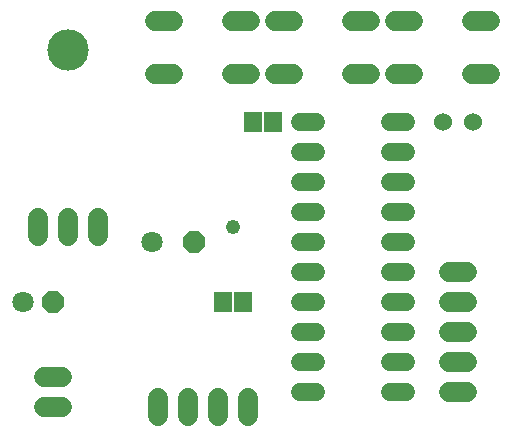
<source format=gts>
G75*
%MOIN*%
%OFA0B0*%
%FSLAX24Y24*%
%IPPOS*%
%LPD*%
%AMOC8*
5,1,8,0,0,1.08239X$1,22.5*
%
%ADD10C,0.0600*%
%ADD11C,0.0680*%
%ADD12C,0.0674*%
%ADD13OC8,0.0710*%
%ADD14C,0.0710*%
%ADD15R,0.0592X0.0671*%
%ADD16C,0.0600*%
%ADD17C,0.1380*%
%ADD18C,0.0480*%
D10*
X010420Y001682D02*
X010940Y001682D01*
X010940Y002682D02*
X010420Y002682D01*
X010420Y003682D02*
X010940Y003682D01*
X010940Y004682D02*
X010420Y004682D01*
X010420Y005682D02*
X010940Y005682D01*
X010940Y006682D02*
X010420Y006682D01*
X010420Y007682D02*
X010940Y007682D01*
X010940Y008682D02*
X010420Y008682D01*
X010420Y009682D02*
X010940Y009682D01*
X010940Y010682D02*
X010420Y010682D01*
X013420Y010682D02*
X013940Y010682D01*
X013940Y009682D02*
X013420Y009682D01*
X013420Y008682D02*
X013940Y008682D01*
X013940Y007682D02*
X013420Y007682D01*
X013420Y006682D02*
X013940Y006682D01*
X013940Y005682D02*
X013420Y005682D01*
X013420Y004682D02*
X013940Y004682D01*
X013940Y003682D02*
X013420Y003682D01*
X013420Y002682D02*
X013940Y002682D01*
X013940Y001682D02*
X013420Y001682D01*
D11*
X015380Y001680D02*
X015980Y001680D01*
X015980Y002680D02*
X015380Y002680D01*
X015380Y003680D02*
X015980Y003680D01*
X015980Y004680D02*
X015380Y004680D01*
X015380Y005680D02*
X015980Y005680D01*
X008680Y001480D02*
X008680Y000880D01*
X007680Y000880D02*
X007680Y001480D01*
X006680Y001480D02*
X006680Y000880D01*
X005680Y000880D02*
X005680Y001480D01*
X003680Y006880D02*
X003680Y007480D01*
X002680Y007480D02*
X002680Y006880D01*
X001680Y006880D02*
X001680Y007480D01*
X005600Y012290D02*
X006200Y012290D01*
X008160Y012290D02*
X008760Y012290D01*
X009600Y012290D02*
X010200Y012290D01*
X010200Y014070D02*
X009600Y014070D01*
X008760Y014070D02*
X008160Y014070D01*
X006200Y014070D02*
X005600Y014070D01*
X012160Y014070D02*
X012760Y014070D01*
X013600Y014070D02*
X014200Y014070D01*
X014200Y012290D02*
X013600Y012290D01*
X012760Y012290D02*
X012160Y012290D01*
X016160Y012290D02*
X016760Y012290D01*
X016760Y014070D02*
X016160Y014070D01*
D12*
X002477Y001180D02*
X001883Y001180D01*
X001883Y002180D02*
X002477Y002180D01*
D13*
X002180Y004680D03*
X006880Y006680D03*
D14*
X005480Y006680D03*
X001180Y004680D03*
D15*
X007845Y004680D03*
X008515Y004680D03*
X008845Y010680D03*
X009515Y010680D03*
D16*
X015180Y010680D03*
X016180Y010680D03*
D17*
X002680Y013080D03*
D18*
X008180Y007180D03*
M02*

</source>
